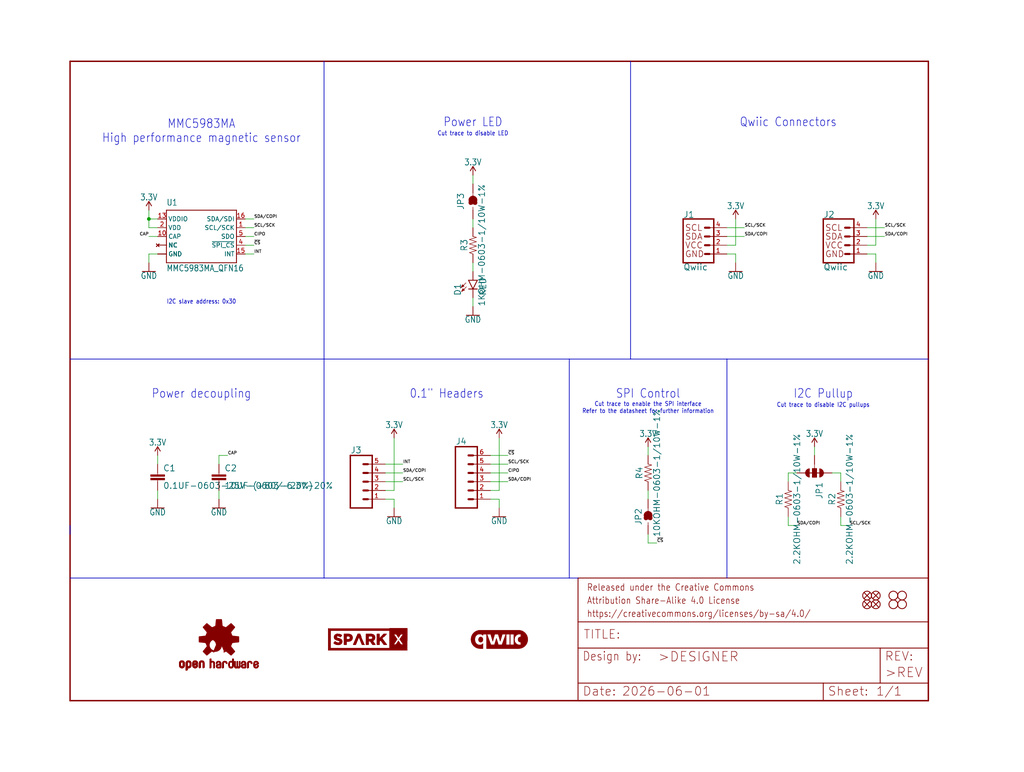
<source format=kicad_sch>
(kicad_sch (version 20230121) (generator eeschema)
  (paper "User" 297.002 223.926)
  (lib_symbols
    (symbol "working-eagle-import:0.1UF-0603-25V-(+80/-20%)"
      (property "Reference" "C" (at 1.524 2.921 0))
      (symbol "0.1UF-0603-25V-(+80/-20%)_1_0"
        (pin passive line (at 0 5.08 270) (length 2.54) (name "1") (number "1"))
        (pin passive line (at 0 -2.54 90) (length 2.54) (name "2") (number "2"))
      )
    )
    (symbol "working-eagle-import:10KOHM-0603-1/10W-1%"
      (property "Reference" "R" (at 0 1.524 0))
      (symbol "10KOHM-0603-1/10W-1%_1_0"
        (pin passive line (at -5.08 0 0) (length 2.54) (name "1") (number "1"))
        (pin passive line (at 5.08 0 180) (length 2.54) (name "2") (number "2"))
      )
    )
    (symbol "working-eagle-import:10UF-0603-6.3V-20%"
      (property "Reference" "C" (at 1.524 2.921 0))
      (symbol "10UF-0603-6.3V-20%_1_0"
        (pin passive line (at 0 5.08 270) (length 2.54) (name "1") (number "1"))
        (pin passive line (at 0 -2.54 90) (length 2.54) (name "2") (number "2"))
      )
    )
    (symbol "working-eagle-import:1KOHM-0603-1/10W-1%"
      (property "Reference" "R" (at 0 1.524 0))
      (symbol "1KOHM-0603-1/10W-1%_1_0"
        (pin passive line (at -5.08 0 0) (length 2.54) (name "1") (number "1"))
        (pin passive line (at 5.08 0 180) (length 2.54) (name "2") (number "2"))
      )
    )
    (symbol "working-eagle-import:2.2KOHM-0603-1/10W-1%"
      (property "Reference" "R" (at 0 1.524 0))
      (symbol "2.2KOHM-0603-1/10W-1%_1_0"
        (pin passive line (at -5.08 0 0) (length 2.54) (name "1") (number "1"))
        (pin passive line (at 5.08 0 180) (length 2.54) (name "2") (number "2"))
      )
    )
    (symbol "working-eagle-import:3.3V" (power)
      (property "Value" "3.3V" (at 0 2.794 0))
      (symbol "3.3V_1_0"
        (pin power_in line (at 0 0 90) (length 2.54) (name "3.3V") (number "1"))
      )
    )
    (symbol "working-eagle-import:CONN_05NO_SILK"
      (property "Reference" "J" (at -2.54 8.128 0))
      (symbol "CONN_05NO_SILK_1_0"
        (pin passive line (at 7.62 -5.08 180) (length 5.08) (name "1") (number "1"))
        (pin passive line (at 7.62 -2.54 180) (length 5.08) (name "2") (number "2"))
        (pin passive line (at 7.62 0 180) (length 5.08) (name "3") (number "3"))
        (pin passive line (at 7.62 2.54 180) (length 5.08) (name "4") (number "4"))
        (pin passive line (at 7.62 5.08 180) (length 5.08) (name "5") (number "5"))
      )
    )
    (symbol "working-eagle-import:CONN_06NO_SILK_NO_POP"
      (property "Reference" "J" (at -5.08 10.668 0))
      (symbol "CONN_06NO_SILK_NO_POP_1_0"
        (pin passive line (at 5.08 -5.08 180) (length 5.08) (name "1") (number "1"))
        (pin passive line (at 5.08 -2.54 180) (length 5.08) (name "2") (number "2"))
        (pin passive line (at 5.08 0 180) (length 5.08) (name "3") (number "3"))
        (pin passive line (at 5.08 2.54 180) (length 5.08) (name "4") (number "4"))
        (pin passive line (at 5.08 5.08 180) (length 5.08) (name "5") (number "5"))
        (pin passive line (at 5.08 7.62 180) (length 5.08) (name "6") (number "6"))
      )
    )
    (symbol "working-eagle-import:FIDUCIAL1X2")
    (symbol "working-eagle-import:FRAME-LETTERNO_PACKAGE"
      (symbol "FRAME-LETTERNO_PACKAGE_2_0"
        (text "${#}/${##}" (at 86.36 1.27 0) (effects (font (size 2.54 2.54)) (justify left bottom)))
        (text "${CURRENT_DATE}" (at 12.7 1.27 0) (effects (font (size 2.54 2.54)) (justify left bottom)))
        (text "${PROJECTNAME}" (at 15.494 17.78 0) (effects (font (size 2.7432 2.7432)) (justify left bottom)))
        (text ">DESIGNER" (at 23.114 11.176 0) (effects (font (size 2.7432 2.7432)) (justify left bottom)))
        (text ">REV" (at 88.9 6.604 0) (effects (font (size 2.7432 2.7432)) (justify left bottom)))
        (text "Attribution Share-Alike 4.0 License" (at 2.54 27.94 0) (effects (font (size 1.9304 1.6408)) (justify left bottom)))
        (text "Date:" (at 1.27 1.27 0) (effects (font (size 2.54 2.54)) (justify left bottom)))
        (text "Design by:" (at 1.27 11.43 0) (effects (font (size 2.54 2.159)) (justify left bottom)))
        (text "https://creativecommons.org/licenses/by-sa/4.0/" (at 2.54 24.13 0) (effects (font (size 1.9304 1.6408)) (justify left bottom)))
        (text "Released under the Creative Commons" (at 2.54 31.75 0) (effects (font (size 1.9304 1.6408)) (justify left bottom)))
        (text "REV:" (at 88.9 11.43 0) (effects (font (size 2.54 2.54)) (justify left bottom)))
        (text "Sheet:" (at 72.39 1.27 0) (effects (font (size 2.54 2.54)) (justify left bottom)))
        (text "TITLE:" (at 1.524 17.78 0) (effects (font (size 2.54 2.54)) (justify left bottom)))
      )
    )
    (symbol "working-eagle-import:GND" (power)
      (property "Value" "GND" (at 0 -0.254 0))
      (symbol "GND_1_0"
        (pin power_in line (at 0 2.54 270) (length 2.54) (name "GND") (number "1"))
      )
    )
    (symbol "working-eagle-import:JUMPER-SMT_2_NC_TRACE_SILK"
      (property "Reference" "JP" (at 0 3.048 0))
      (symbol "JUMPER-SMT_2_NC_TRACE_SILK_1_0"
        (pin passive line (at -5.08 0 0) (length 2.54) (name "1") (number "1"))
        (pin passive line (at 5.08 0 180) (length 2.54) (name "2") (number "2"))
      )
    )
    (symbol "working-eagle-import:JUMPER-SMT_3_2-NC_TRACE_SILK"
      (property "Reference" "JP" (at 6.096 1.524 0))
      (symbol "JUMPER-SMT_3_2-NC_TRACE_SILK_1_0"
        (pin passive line (at 0 5.08 270) (length 2.54) (name "1") (number "1"))
        (pin passive line (at -5.08 0 0) (length 2.54) (name "2") (number "2"))
        (pin passive line (at 0 -5.08 90) (length 2.54) (name "3") (number "3"))
      )
    )
    (symbol "working-eagle-import:LED-RED0603"
      (property "Reference" "D" (at -3.429 -4.572 90))
      (symbol "LED-RED0603_1_0"
        (pin passive line (at 0 2.54 270) (length 2.54) (name "A") (number "A"))
        (pin passive line (at 0 -5.08 90) (length 2.54) (name "C") (number "C"))
      )
    )
    (symbol "working-eagle-import:MMC5983MA_QFN16"
      (property "Reference" "U" (at 0 16.51 0))
      (symbol "MMC5983MA_QFN16_1_0"
        (pin bidirectional line (at 22.86 10.16 180) (length 2.54) (name "SCL/SCK") (number "1"))
        (pin passive line (at -2.54 7.62 0) (length 2.54) (name "CAP") (number "10"))
        (pin power_in line (at -2.54 2.54 0) (length 2.54) (name "GND") (number "11"))
        (pin no_connect line (at -2.54 5.08 0) (length 2.54) (name "NC") (number "12"))
        (pin power_in line (at -2.54 12.7 0) (length 2.54) (name "VDDIO") (number "13"))
        (pin no_connect line (at -2.54 5.08 0) (length 2.54) (name "NC") (number "14"))
        (pin output line (at 22.86 2.54 180) (length 2.54) (name "INT") (number "15"))
        (pin bidirectional line (at 22.86 12.7 180) (length 2.54) (name "SDA/SDI") (number "16"))
        (pin power_in line (at -2.54 10.16 0) (length 2.54) (name "VDD") (number "2"))
        (pin no_connect line (at -2.54 5.08 0) (length 2.54) (name "NC") (number "3"))
        (pin input line (at 22.86 5.08 180) (length 2.54) (name "~{SPI_CS}") (number "4"))
        (pin output line (at 22.86 7.62 180) (length 2.54) (name "SDO") (number "5"))
        (pin no_connect line (at -2.54 5.08 0) (length 2.54) (name "NC") (number "6"))
        (pin no_connect line (at -2.54 5.08 0) (length 2.54) (name "NC") (number "7"))
        (pin no_connect line (at -2.54 5.08 0) (length 2.54) (name "NC") (number "8"))
        (pin power_in line (at -2.54 2.54 0) (length 2.54) (name "GND") (number "9"))
      )
    )
    (symbol "working-eagle-import:OSHW-LOGOMINI")
    (symbol "working-eagle-import:QWIIC_CONNECTORJS-1MM"
      (property "Reference" "J" (at -5.08 7.874 0))
      (symbol "QWIIC_CONNECTORJS-1MM_1_0"
        (text "GND" (at -4.572 -2.54 0) (effects (font (size 1.778 1.778)) (justify left)))
        (text "SCL" (at -4.572 5.08 0) (effects (font (size 1.778 1.778)) (justify left)))
        (text "SDA" (at -4.572 2.54 0) (effects (font (size 1.778 1.778)) (justify left)))
        (text "VCC" (at -4.572 0 0) (effects (font (size 1.778 1.778)) (justify left)))
        (pin power_in line (at 7.62 -2.54 180) (length 5.08) (name "1") (number "1"))
        (pin power_in line (at 7.62 0 180) (length 5.08) (name "2") (number "2"))
        (pin passive line (at 7.62 2.54 180) (length 5.08) (name "3") (number "3"))
        (pin passive line (at 7.62 5.08 180) (length 5.08) (name "4") (number "4"))
      )
    )
    (symbol "working-eagle-import:QWIIC_LOGO_5MM")
    (symbol "working-eagle-import:SPARKX-LOGO2")
    (symbol "working-eagle-import:SPARKX-LOGO3")
    (symbol "working-eagle-import:STAND-OFF")
  )
  (junction (at 43.18 63.5))
  (wire (pts (xy 210.82 73.66) (xy 213.36 73.66)) (stroke (width 0.1524)))
  (wire (pts (xy 71.12 71.12) (xy 73.66 71.12)) (stroke (width 0.1524)))
  (polyline (pts (xy 165.1 104.14) (xy 182.88 104.14)) (stroke (width 0.2032) (type solid)))
  (wire (pts (xy 142.24 132.08) (xy 147.32 132.08)) (stroke (width 0.1524)))
  (wire (pts (xy 144.78 142.24) (xy 144.78 127)) (stroke (width 0.1524)))
  (wire (pts (xy 43.18 66.04) (xy 43.18 63.5)) (stroke (width 0.1524)))
  (polyline (pts (xy 93.98 104.14) (xy 165.1 104.14)) (stroke (width 0.2032) (type solid)))
  (wire (pts (xy 45.72 66.04) (xy 43.18 66.04)) (stroke (width 0.1524)))
  (wire (pts (xy 210.82 71.12) (xy 213.36 71.12)) (stroke (width 0.1524)))
  (wire (pts (xy 111.76 139.7) (xy 116.84 139.7)) (stroke (width 0.1524)))
  (polyline (pts (xy 210.82 104.14) (xy 210.82 167.64)) (stroke (width 0.2032) (type solid)))
  (wire (pts (xy 45.72 142.24) (xy 45.72 144.78)) (stroke (width 0.1524)))
  (wire (pts (xy 187.96 142.24) (xy 187.96 144.78)) (stroke (width 0.1524)))
  (wire (pts (xy 251.46 68.58) (xy 256.54 68.58)) (stroke (width 0.1524)))
  (wire (pts (xy 243.84 152.4) (xy 246.38 152.4)) (stroke (width 0.1524)))
  (wire (pts (xy 251.46 73.66) (xy 254 73.66)) (stroke (width 0.1524)))
  (wire (pts (xy 71.12 68.58) (xy 73.66 68.58)) (stroke (width 0.1524)))
  (wire (pts (xy 142.24 144.78) (xy 144.78 144.78)) (stroke (width 0.1524)))
  (wire (pts (xy 43.18 63.5) (xy 45.72 63.5)) (stroke (width 0.1524)))
  (polyline (pts (xy 167.64 167.64) (xy 165.1 167.64)) (stroke (width 0.2032) (type solid)))
  (wire (pts (xy 111.76 134.62) (xy 116.84 134.62)) (stroke (width 0.1524)))
  (wire (pts (xy 231.14 137.16) (xy 228.6 137.16)) (stroke (width 0.1524)))
  (polyline (pts (xy 182.88 104.14) (xy 210.82 104.14)) (stroke (width 0.2032) (type solid)))
  (wire (pts (xy 114.3 142.24) (xy 114.3 127)) (stroke (width 0.1524)))
  (wire (pts (xy 45.72 68.58) (xy 43.18 68.58)) (stroke (width 0.1524)))
  (wire (pts (xy 228.6 137.16) (xy 228.6 139.7)) (stroke (width 0.1524)))
  (wire (pts (xy 45.72 134.62) (xy 45.72 132.08)) (stroke (width 0.1524)))
  (wire (pts (xy 187.96 157.48) (xy 190.5 157.48)) (stroke (width 0.1524)))
  (polyline (pts (xy 93.98 167.64) (xy 93.98 104.14)) (stroke (width 0.2032) (type solid)))
  (wire (pts (xy 63.5 142.24) (xy 63.5 144.78)) (stroke (width 0.1524)))
  (wire (pts (xy 236.22 129.54) (xy 236.22 132.08)) (stroke (width 0.1524)))
  (wire (pts (xy 137.16 63.5) (xy 137.16 66.04)) (stroke (width 0.1524)))
  (polyline (pts (xy 165.1 167.64) (xy 93.98 167.64)) (stroke (width 0.2032) (type solid)))
  (wire (pts (xy 71.12 63.5) (xy 73.66 63.5)) (stroke (width 0.1524)))
  (polyline (pts (xy 93.98 167.64) (xy 20.32 167.64)) (stroke (width 0.2032) (type solid)))
  (wire (pts (xy 43.18 60.96) (xy 43.18 63.5)) (stroke (width 0.1524)))
  (wire (pts (xy 243.84 149.86) (xy 243.84 152.4)) (stroke (width 0.1524)))
  (wire (pts (xy 71.12 73.66) (xy 73.66 73.66)) (stroke (width 0.1524)))
  (wire (pts (xy 228.6 149.86) (xy 228.6 152.4)) (stroke (width 0.1524)))
  (wire (pts (xy 111.76 142.24) (xy 114.3 142.24)) (stroke (width 0.1524)))
  (wire (pts (xy 137.16 50.8) (xy 137.16 53.34)) (stroke (width 0.1524)))
  (wire (pts (xy 187.96 129.54) (xy 187.96 132.08)) (stroke (width 0.1524)))
  (wire (pts (xy 111.76 137.16) (xy 116.84 137.16)) (stroke (width 0.1524)))
  (wire (pts (xy 187.96 154.94) (xy 187.96 157.48)) (stroke (width 0.1524)))
  (polyline (pts (xy 20.32 154.94) (xy 20.32 152.4)) (stroke (width 0.2032) (type solid)))
  (polyline (pts (xy 20.32 104.14) (xy 93.98 104.14)) (stroke (width 0.2032) (type solid)))
  (polyline (pts (xy 165.1 104.14) (xy 165.1 167.64)) (stroke (width 0.2032) (type solid)))
  (wire (pts (xy 111.76 144.78) (xy 114.3 144.78)) (stroke (width 0.1524)))
  (wire (pts (xy 228.6 152.4) (xy 231.14 152.4)) (stroke (width 0.1524)))
  (wire (pts (xy 137.16 86.36) (xy 137.16 88.9)) (stroke (width 0.1524)))
  (wire (pts (xy 43.18 73.66) (xy 43.18 76.2)) (stroke (width 0.1524)))
  (wire (pts (xy 142.24 137.16) (xy 147.32 137.16)) (stroke (width 0.1524)))
  (wire (pts (xy 210.82 66.04) (xy 215.9 66.04)) (stroke (width 0.1524)))
  (wire (pts (xy 142.24 139.7) (xy 147.32 139.7)) (stroke (width 0.1524)))
  (wire (pts (xy 63.5 134.62) (xy 63.5 132.08)) (stroke (width 0.1524)))
  (wire (pts (xy 114.3 144.78) (xy 114.3 147.32)) (stroke (width 0.1524)))
  (wire (pts (xy 71.12 66.04) (xy 73.66 66.04)) (stroke (width 0.1524)))
  (wire (pts (xy 254 73.66) (xy 254 76.2)) (stroke (width 0.1524)))
  (wire (pts (xy 213.36 71.12) (xy 213.36 63.5)) (stroke (width 0.1524)))
  (wire (pts (xy 144.78 144.78) (xy 144.78 147.32)) (stroke (width 0.1524)))
  (wire (pts (xy 251.46 66.04) (xy 256.54 66.04)) (stroke (width 0.1524)))
  (polyline (pts (xy 182.88 17.78) (xy 182.88 104.14)) (stroke (width 0.2032) (type solid)))
  (wire (pts (xy 142.24 142.24) (xy 144.78 142.24)) (stroke (width 0.1524)))
  (wire (pts (xy 63.5 132.08) (xy 66.04 132.08)) (stroke (width 0.1524)))
  (polyline (pts (xy 93.98 17.78) (xy 93.98 104.14)) (stroke (width 0.2032) (type solid)))
  (polyline (pts (xy 210.82 104.14) (xy 269.24 104.14)) (stroke (width 0.2032) (type solid)))
  (wire (pts (xy 213.36 73.66) (xy 213.36 76.2)) (stroke (width 0.1524)))
  (wire (pts (xy 251.46 71.12) (xy 254 71.12)) (stroke (width 0.1524)))
  (wire (pts (xy 142.24 134.62) (xy 147.32 134.62)) (stroke (width 0.1524)))
  (wire (pts (xy 241.3 137.16) (xy 243.84 137.16)) (stroke (width 0.1524)))
  (wire (pts (xy 137.16 76.2) (xy 137.16 78.74)) (stroke (width 0.1524)))
  (wire (pts (xy 43.18 73.66) (xy 45.72 73.66)) (stroke (width 0.1524)))
  (wire (pts (xy 254 71.12) (xy 254 63.5)) (stroke (width 0.1524)))
  (wire (pts (xy 210.82 68.58) (xy 215.9 68.58)) (stroke (width 0.1524)))
  (wire (pts (xy 243.84 137.16) (xy 243.84 139.7)) (stroke (width 0.1524)))
  (text "Power decoupling" (at 58.42 114.3 0) (effects (font (size 2.54 2.159))))
  (text "Power LED" (at 137.16 35.56 0) (effects (font (size 2.54 2.159))))
  (text "Qwiic Connectors" (at 228.6 35.56 0) (effects (font (size 2.54 2.159))))
  (text "MMC5983MA\nHigh performance magnetic sensor" (at 58.42 38.1 0) (effects (font (size 2.54 2.159))))
  (text "I2C Pullup" (at 238.76 114.3 0) (effects (font (size 2.54 2.159))))
  (text "I2C slave address: 0x30" (at 58.42 87.63 0) (effects (font (size 1.27 1.0795))))
  (text "Cut trace to disable I2C pullups" (at 238.76 116.84 0) (effects (font (size 1.27 1.0795)) (justify top)))
  (text "Cut trace to disable LED" (at 137.16 38.1 0) (effects (font (size 1.27 1.0795)) (justify top)))
  (text "0.1\" Headers" (at 129.54 114.3 0) (effects (font (size 2.54 2.159))))
  (text "SPI Control" (at 187.96 114.3 0) (effects (font (size 2.54 2.159))))
  (text "Cut trace to enable the SPI interface\nRefer to the datasheet for further information" (at 187.96 116.586 0) (effects (font (size 1.27 1.0795)) (justify top)))
  (label "SCL/SCK" (at 246.38 152.4 0) (effects (font (size 0.889 0.889))))
  (label "SDA/COPI" (at 231.14 152.4 0) (effects (font (size 0.889 0.889))))
  (label "SDA/COPI" (at 116.84 137.16 0) (effects (font (size 0.889 0.889))))
  (label "SCL/SCK" (at 256.54 66.04 0) (effects (font (size 0.889 0.889))))
  (label "~{CS}" (at 147.32 132.08 0) (effects (font (size 0.889 0.889))))
  (label "SCL/SCK" (at 215.9 66.04 0) (effects (font (size 0.889 0.889))))
  (label "SDA/COPI" (at 215.9 68.58 0) (effects (font (size 0.889 0.889))))
  (label "CAP" (at 43.18 68.58 180) (effects (font (size 0.889 0.889))))
  (label "CAP" (at 66.04 132.08 0) (effects (font (size 0.889 0.889))))
  (label "~{CS}" (at 73.66 71.12 0) (effects (font (size 0.889 0.889))))
  (label "INT" (at 116.84 134.62 0) (effects (font (size 0.889 0.889))))
  (label "SDA/COPI" (at 73.66 63.5 0) (effects (font (size 0.889 0.889))))
  (label "INT" (at 73.66 73.66 0) (effects (font (size 0.889 0.889))))
  (label "SDA/COPI" (at 256.54 68.58 0) (effects (font (size 0.889 0.889))))
  (label "CIPO" (at 73.66 68.58 0) (effects (font (size 0.889 0.889))))
  (label "CIPO" (at 147.32 137.16 0) (effects (font (size 0.889 0.889))))
  (label "SCL/SCK" (at 116.84 139.7 0) (effects (font (size 0.889 0.889))))
  (label "SDA/COPI" (at 147.32 139.7 0) (effects (font (size 0.889 0.889))))
  (label "~{CS}" (at 190.5 157.48 0) (effects (font (size 0.889 0.889))))
  (label "SCL/SCK" (at 147.32 134.62 0) (effects (font (size 0.889 0.889))))
  (label "SCL/SCK" (at 73.66 66.04 0) (effects (font (size 0.889 0.889))))
  (symbol (lib_id "working-eagle-import:STAND-OFF") (at 259.08 172.72 0) (unit 1)
    (property "Reference" "H3" (effects hide))
    (property "Value" "STAND-OFF" (effects hide))
    (property "Footprint" "working:STAND-OFF" (effects hide))
  )
  (symbol (lib_id "working-eagle-import:3.3V") (at 144.78 127 0) (unit 1)
    (property "Reference" "#SUPPLY9" (effects hide))
    (property "Value" "3.3V" (at 144.78 124.206 0) (effects (font (size 1.778 1.5113)) (justify bottom)))
  )
  (symbol (lib_id "working-eagle-import:CONN_06NO_SILK_NO_POP") (at 137.16 139.7 0) (unit 1)
    (property "Reference" "J4" (at 132.08 129.032 0) (effects (font (size 1.778 1.778)) (justify left bottom)))
    (property "Value" "CONN_06NO_SILK_NO_POP" (effects hide))
    (property "Footprint" "working:1X06_NO_SILK" (effects hide))
  )
  (symbol (lib_id "working-eagle-import:OSHW-LOGOMINI") (at 63.5 185.42 0) (unit 1)
    (property "Reference" "LOGO1" (effects hide))
    (property "Value" "OSHW-LOGOMINI" (effects hide))
    (property "Footprint" "working:OSHW-LOGO-MINI" (effects hide))
  )
  (symbol (lib_id "working-eagle-import:JUMPER-SMT_2_NC_TRACE_SILK") (at 137.16 58.42 90) (unit 1)
    (property "Reference" "JP3" (at 134.62 60.96 0) (effects (font (size 1.778 1.778)) (justify left bottom)))
    (property "Value" "JUMPER-SMT_2_NC_TRACE_SILK" (effects hide))
    (property "Footprint" "working:SMT-JUMPER_2_NC_TRACE_SILK" (effects hide))
  )
  (symbol (lib_id "working-eagle-import:FIDUCIAL1X2") (at 251.46 175.26 0) (unit 1)
    (property "Reference" "FD1" (effects hide))
    (property "Value" "FIDUCIAL1X2" (effects hide))
    (property "Footprint" "working:FIDUCIAL-1X2" (effects hide))
  )
  (symbol (lib_id "working-eagle-import:FIDUCIAL1X2") (at 254 175.26 0) (unit 1)
    (property "Reference" "FD2" (effects hide))
    (property "Value" "FIDUCIAL1X2" (effects hide))
    (property "Footprint" "working:FIDUCIAL-1X2" (effects hide))
  )
  (symbol (lib_id "working-eagle-import:JUMPER-SMT_2_NC_TRACE_SILK") (at 187.96 149.86 90) (unit 1)
    (property "Reference" "JP2" (at 185.166 149.86 0) (effects (font (size 1.778 1.778))))
    (property "Value" "JUMPER-SMT_2_NC_TRACE_SILK" (effects hide))
    (property "Footprint" "working:SMT-JUMPER_2_NC_TRACE_SILK" (effects hide))
  )
  (symbol (lib_id "working-eagle-import:GND") (at 137.16 91.44 0) (unit 1)
    (property "Reference" "#GND5" (effects hide))
    (property "Value" "GND" (at 137.16 91.694 0) (effects (font (size 1.778 1.5113)) (justify top)))
  )
  (symbol (lib_id "working-eagle-import:GND") (at 114.3 149.86 0) (unit 1)
    (property "Reference" "#GND6" (effects hide))
    (property "Value" "GND" (at 114.3 150.114 0) (effects (font (size 1.778 1.5113)) (justify top)))
  )
  (symbol (lib_id "working-eagle-import:3.3V") (at 137.16 50.8 0) (unit 1)
    (property "Reference" "#SUPPLY7" (effects hide))
    (property "Value" "3.3V" (at 137.16 48.006 0) (effects (font (size 1.778 1.5113)) (justify bottom)))
  )
  (symbol (lib_id "working-eagle-import:FRAME-LETTERNO_PACKAGE") (at 167.64 203.2 0) (unit 2)
    (property "Reference" "FRAME1" (effects hide))
    (property "Value" "FRAME-LETTERNO_PACKAGE" (effects hide))
    (property "Footprint" "working:DUMMY" (effects hide))
    (property "DESIGNER" "Ricardo Ramos" (effects hide))
  )
  (symbol (lib_id "working-eagle-import:3.3V") (at 43.18 60.96 0) (unit 1)
    (property "Reference" "#SUPPLY2" (effects hide))
    (property "Value" "3.3V" (at 43.18 58.166 0) (effects (font (size 1.778 1.5113)) (justify bottom)))
  )
  (symbol (lib_id "working-eagle-import:3.3V") (at 213.36 63.5 0) (unit 1)
    (property "Reference" "#SUPPLY4" (effects hide))
    (property "Value" "3.3V" (at 213.36 60.706 0) (effects (font (size 1.778 1.5113)) (justify bottom)))
  )
  (symbol (lib_id "working-eagle-import:3.3V") (at 45.72 132.08 0) (unit 1)
    (property "Reference" "#SUPPLY1" (effects hide))
    (property "Value" "3.3V" (at 45.72 129.286 0) (effects (font (size 1.778 1.5113)) (justify bottom)))
  )
  (symbol (lib_id "working-eagle-import:FIDUCIAL1X2") (at 254 172.72 0) (unit 1)
    (property "Reference" "FD4" (effects hide))
    (property "Value" "FIDUCIAL1X2" (effects hide))
    (property "Footprint" "working:FIDUCIAL-1X2" (effects hide))
  )
  (symbol (lib_id "working-eagle-import:LED-RED0603") (at 137.16 81.28 0) (unit 1)
    (property "Reference" "D1" (at 133.731 85.852 90) (effects (font (size 1.778 1.778)) (justify left bottom)))
    (property "Value" "RED" (at 139.065 85.852 90) (effects (font (size 1.778 1.778)) (justify left top)))
    (property "Footprint" "working:LED-0603" (effects hide))
  )
  (symbol (lib_id "working-eagle-import:QWIIC_CONNECTORJS-1MM") (at 203.2 71.12 0) (unit 1)
    (property "Reference" "J1" (at 198.12 63.246 0) (effects (font (size 1.778 1.778)) (justify left bottom)))
    (property "Value" "Qwiic" (at 198.12 76.454 0) (effects (font (size 1.778 1.778)) (justify left top)))
    (property "Footprint" "working:JST04_1MM_RA" (effects hide))
  )
  (symbol (lib_id "working-eagle-import:QWIIC_LOGO_5MM") (at 144.78 185.42 0) (unit 1)
    (property "Reference" "LOGO2" (effects hide))
    (property "Value" "QWIIC_LOGO_5MM" (effects hide))
    (property "Footprint" "working:QWIIC_5MM" (effects hide))
  )
  (symbol (lib_id "working-eagle-import:SPARKX-LOGO3") (at 106.68 185.42 0) (unit 1)
    (property "Reference" "U$37" (effects hide))
    (property "Value" "SPARKX-LOGO3" (effects hide))
    (property "Footprint" "working:SPARKX-SMALL" (effects hide))
  )
  (symbol (lib_id "working-eagle-import:STAND-OFF") (at 259.08 175.26 0) (unit 1)
    (property "Reference" "H1" (effects hide))
    (property "Value" "STAND-OFF" (effects hide))
    (property "Footprint" "working:STAND-OFF" (effects hide))
  )
  (symbol (lib_id "working-eagle-import:GND") (at 45.72 147.32 0) (unit 1)
    (property "Reference" "#GND1" (effects hide))
    (property "Value" "GND" (at 45.72 147.574 0) (effects (font (size 1.778 1.5113)) (justify top)))
  )
  (symbol (lib_id "working-eagle-import:FIDUCIAL1X2") (at 251.46 172.72 0) (unit 1)
    (property "Reference" "FD3" (effects hide))
    (property "Value" "FIDUCIAL1X2" (effects hide))
    (property "Footprint" "working:FIDUCIAL-1X2" (effects hide))
  )
  (symbol (lib_id "working-eagle-import:3.3V") (at 236.22 129.54 0) (unit 1)
    (property "Reference" "#SUPPLY6" (effects hide))
    (property "Value" "3.3V" (at 236.22 126.746 0) (effects (font (size 1.778 1.5113)) (justify bottom)))
  )
  (symbol (lib_id "working-eagle-import:GND") (at 63.5 147.32 0) (unit 1)
    (property "Reference" "#GND4" (effects hide))
    (property "Value" "GND" (at 63.5 147.574 0) (effects (font (size 1.778 1.5113)) (justify top)))
  )
  (symbol (lib_id "working-eagle-import:GND") (at 254 78.74 0) (unit 1)
    (property "Reference" "#GND3" (effects hide))
    (property "Value" "GND" (at 254 78.994 0) (effects (font (size 1.778 1.5113)) (justify top)))
  )
  (symbol (lib_id "working-eagle-import:QWIIC_CONNECTORJS-1MM") (at 243.84 71.12 0) (unit 1)
    (property "Reference" "J2" (at 238.76 63.246 0) (effects (font (size 1.778 1.778)) (justify left bottom)))
    (property "Value" "Qwiic" (at 238.76 76.454 0) (effects (font (size 1.778 1.778)) (justify left top)))
    (property "Footprint" "working:JST04_1MM_RA" (effects hide))
  )
  (symbol (lib_id "working-eagle-import:STAND-OFF") (at 261.62 175.26 0) (unit 1)
    (property "Reference" "H2" (effects hide))
    (property "Value" "STAND-OFF" (effects hide))
    (property "Footprint" "working:STAND-OFF" (effects hide))
  )
  (symbol (lib_id "working-eagle-import:1KOHM-0603-1/10W-1%") (at 137.16 71.12 90) (unit 1)
    (property "Reference" "R3" (at 135.636 71.12 0) (effects (font (size 1.778 1.778)) (justify bottom)))
    (property "Value" "1KOHM-0603-1/10W-1%" (at 138.684 71.12 0) (effects (font (size 1.778 1.778)) (justify top)))
    (property "Footprint" "working:0603" (effects hide))
  )
  (symbol (lib_id "working-eagle-import:2.2KOHM-0603-1/10W-1%") (at 243.84 144.78 90) (unit 1)
    (property "Reference" "R2" (at 242.316 144.78 0) (effects (font (size 1.778 1.778)) (justify bottom)))
    (property "Value" "2.2KOHM-0603-1/10W-1%" (at 245.364 144.78 0) (effects (font (size 1.778 1.778)) (justify top)))
    (property "Footprint" "working:0603" (effects hide))
  )
  (symbol (lib_id "working-eagle-import:CONN_05NO_SILK") (at 104.14 139.7 0) (unit 1)
    (property "Reference" "J3" (at 101.6 131.572 0) (effects (font (size 1.778 1.778)) (justify left bottom)))
    (property "Value" "CONN_05NO_SILK" (effects hide))
    (property "Footprint" "working:1X05_NO_SILK" (effects hide))
  )
  (symbol (lib_id "working-eagle-import:FRAME-LETTERNO_PACKAGE") (at 20.32 203.2 0) (unit 1)
    (property "Reference" "FRAME1" (effects hide))
    (property "Value" "FRAME-LETTERNO_PACKAGE" (effects hide))
    (property "Footprint" "working:DUMMY" (effects hide))
    (property "DESIGNER" "Ricardo Ramos" (effects hide))
  )
  (symbol (lib_id "working-eagle-import:GND") (at 144.78 149.86 0) (unit 1)
    (property "Reference" "#GND8" (effects hide))
    (property "Value" "GND" (at 144.78 150.114 0) (effects (font (size 1.778 1.5113)) (justify top)))
  )
  (symbol (lib_id "working-eagle-import:10UF-0603-6.3V-20%") (at 63.5 139.7 0) (unit 1)
    (property "Reference" "C2" (at 65.024 136.779 0) (effects (font (size 1.778 1.778)) (justify left bottom)))
    (property "Value" "10UF-0603-6.3V-20%" (at 65.024 141.859 0) (effects (font (size 1.778 1.778)) (justify left bottom)))
    (property "Footprint" "working:0603" (effects hide))
  )
  (symbol (lib_id "working-eagle-import:0.1UF-0603-25V-(+80/-20%)") (at 45.72 139.7 0) (unit 1)
    (property "Reference" "C1" (at 47.244 136.779 0) (effects (font (size 1.778 1.778)) (justify left bottom)))
    (property "Value" "0.1UF-0603-25V-(+80/-20%)" (at 47.244 141.859 0) (effects (font (size 1.778 1.778)) (justify left bottom)))
    (property "Footprint" "working:0603" (effects hide))
  )
  (symbol (lib_id "working-eagle-import:GND") (at 43.18 78.74 0) (unit 1)
    (property "Reference" "#GND7" (effects hide))
    (property "Value" "GND" (at 43.18 78.994 0) (effects (font (size 1.778 1.5113)) (justify top)))
  )
  (symbol (lib_id "working-eagle-import:GND") (at 213.36 78.74 0) (unit 1)
    (property "Reference" "#GND2" (effects hide))
    (property "Value" "GND" (at 213.36 78.994 0) (effects (font (size 1.778 1.5113)) (justify top)))
  )
  (symbol (lib_id "working-eagle-import:3.3V") (at 254 63.5 0) (unit 1)
    (property "Reference" "#SUPPLY5" (effects hide))
    (property "Value" "3.3V" (at 254 60.706 0) (effects (font (size 1.778 1.5113)) (justify bottom)))
  )
  (symbol (lib_id "working-eagle-import:3.3V") (at 187.96 129.54 0) (unit 1)
    (property "Reference" "#SUPPLY3" (effects hide))
    (property "Value" "3.3V" (at 187.96 126.746 0) (effects (font (size 1.778 1.5113)) (justify bottom)))
  )
  (symbol (lib_id "working-eagle-import:JUMPER-SMT_3_2-NC_TRACE_SILK") (at 236.22 137.16 270) (unit 1)
    (property "Reference" "JP1" (at 236.601 139.7 0) (effects (font (size 1.778 1.778)) (justify left bottom)))
    (property "Value" "JUMPER-SMT_3_2-NC_TRACE_SILK" (effects hide))
    (property "Footprint" "working:SMT-JUMPER_3_2-NC_TRACE_SILK" (effects hide))
  )
  (symbol (lib_id "working-eagle-import:10KOHM-0603-1/10W-1%") (at 187.96 137.16 90) (unit 1)
    (property "Reference" "R4" (at 186.436 137.16 0) (effects (font (size 1.778 1.778)) (justify bottom)))
    (property "Value" "10KOHM-0603-1/10W-1%" (at 189.484 137.16 0) (effects (font (size 1.778 1.778)) (justify top)))
    (property "Footprint" "working:0603" (effects hide))
  )
  (symbol (lib_id "working-eagle-import:STAND-OFF") (at 261.62 172.72 0) (unit 1)
    (property "Reference" "H4" (effects hide))
    (property "Value" "STAND-OFF" (effects hide))
    (property "Footprint" "working:STAND-OFF" (effects hide))
  )
  (symbol (lib_id "working-eagle-import:SPARKX-LOGO2") (at 106.68 185.42 0) (unit 1)
    (property "Reference" "U$36" (effects hide))
    (property "Value" "SPARKX-LOGO2" (effects hide))
    (property "Footprint" "working:SPARKX-TINY" (effects hide))
  )
  (symbol (lib_id "working-eagle-import:3.3V") (at 114.3 127 0) (unit 1)
    (property "Reference" "#SUPPLY8" (effects hide))
    (property "Value" "3.3V" (at 114.3 124.206 0) (effects (font (size 1.778 1.5113)) (justify bottom)))
  )
  (symbol (lib_id "working-eagle-import:MMC5983MA_QFN16") (at 48.26 76.2 0) (unit 1)
    (property "Reference" "U1" (at 48.26 59.69 0) (effects (font (size 1.778 1.5113)) (justify left bottom)))
    (property "Value" "MMC5983MA_QFN16" (at 48.26 78.74 0) (effects (font (size 1.778 1.5113)) (justify left bottom)))
    (property "Footprint" "working:LGA-16-3X3MM-4X4PINS" (effects hide))
  )
  (symbol (lib_id "working-eagle-import:2.2KOHM-0603-1/10W-1%") (at 228.6 144.78 90) (unit 1)
    (property "Reference" "R1" (at 227.076 144.78 0) (effects (font (size 1.778 1.778)) (justify bottom)))
    (property "Value" "2.2KOHM-0603-1/10W-1%" (at 230.124 144.78 0) (effects (font (size 1.778 1.778)) (justify top)))
    (property "Footprint" "working:0603" (effects hide))
  )
)
</source>
